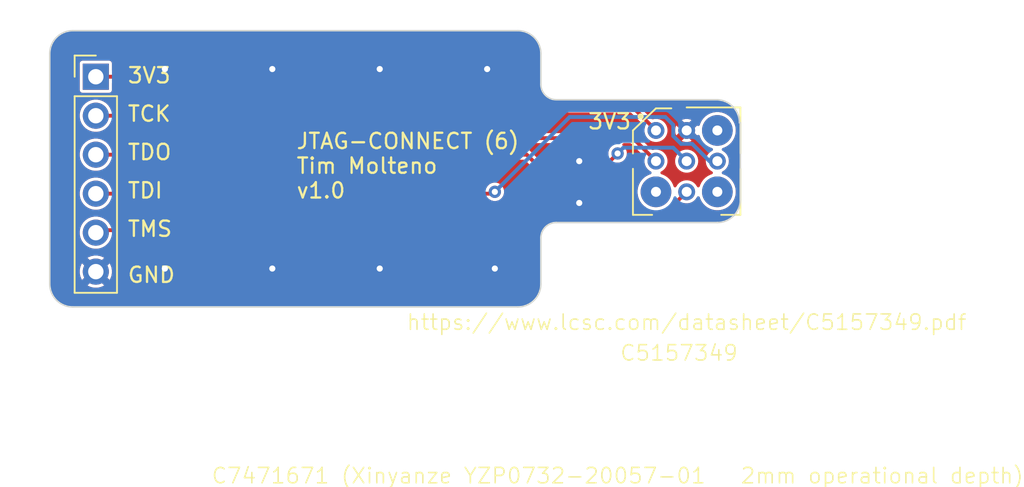
<source format=kicad_pcb>
(kicad_pcb (version 20241229) (generator "pcbnew") (generator_version "9.0")
  (layers (0 "F.Cu" signal) (2 "B.Cu" signal) (13 "F.Paste" user) (15 "B.Paste" user) (5 "F.SilkS" user "F.Silkscreen") (7 "B.SilkS" user "B.Silkscreen") (1 "F.Mask" user) (3 "B.Mask" user) (25 "Edge.Cuts" user))
  (net 0 "")
  (net 1 "Net-(J1-TCK)")
  (net 2 "Net-(J1-3V3)")
  (net 3 "Net-(J1-TDI)")
  (net 4 "Net-(J1-TMS)")
  (net 5 "GND")
  (net 6 "Net-(J1-TDO)")
  (footprint "Connector_PinHeader_2.54mm:PinHeader_1x06_P2.54mm_Vertical" (layer "F.Cu") (at 119 64)
    (property "Reference" "J2" (hide yes))
    (property "Value" "Conn_01x06_Pin")
    (fp_line (start -1.38 -1.38) (end 0 -1.38) (stroke (width 0.12)) (layer "F.SilkS"))
    (fp_line (start -1.38 0) (end -1.38 -1.38) (stroke (width 0.12)) (layer "F.SilkS"))
    (fp_line (start -1.38 1.27) (end -1.38 14.08) (stroke (width 0.12)) (layer "F.SilkS"))
    (fp_line (start -1.38 1.27) (end 1.38 1.27) (stroke (width 0.12)) (layer "F.SilkS"))
    (fp_line (start -1.38 14.08) (end 1.38 14.08) (stroke (width 0.12)) (layer "F.SilkS"))
    (fp_line (start 1.38 1.27) (end 1.38 14.08) (stroke (width 0.12)) (layer "F.SilkS"))
    (pad "1" thru_hole rect (at 0 0) (size 1.7 1.7) (drill 1) (layers "*.Cu" "*.Mask") (net 2 "Net-(J1-3V3)"))
    (pad "2" thru_hole circle (at 0 2.54) (size 1.7 1.7) (drill 1) (layers "*.Cu" "*.Mask") (net 1 "Net-(J1-TCK)"))
    (pad "3" thru_hole circle (at 0 5.08) (size 1.7 1.7) (drill 1) (layers "*.Cu" "*.Mask") (net 6 "Net-(J1-TDO)"))
    (pad "4" thru_hole circle (at 0 7.62) (size 1.7 1.7) (drill 1) (layers "*.Cu" "*.Mask") (net 3 "Net-(J1-TDI)"))
    (pad "5" thru_hole circle (at 0 10.16) (size 1.7 1.7) (drill 1) (layers "*.Cu" "*.Mask") (net 4 "Net-(J1-TMS)"))
    (pad "6" thru_hole circle (at 0 12.7) (size 1.7 1.7) (drill 1) (layers "*.Cu" "*.Mask") (net 5 "GND"))
  )
  (footprint "swd-connect:jtag-connect-6-programmer" (layer "F.Cu") (at 157.5 69.5)
    (property "Reference" "J1" (hide yes))
    (property "Value" "jtag-connect-6")
    (property "Signal Pins" "C7471671 (Xinyanze YZP0732-20057-01   2mm operational depth)" (at -4.5 20.5 0) (layer "F.SilkS") (effects (font (thickness 0.1))))
    (property "Guide Pins" "https://www.lcsc.com/datasheet/C5157349.pdf" (at 0 10.5 0) (layer "F.SilkS") (effects (font (thickness 0.1))))
    (property "Guid Pins LCSC" "C5157349" (at -0.5 12.5 0) (layer "F.SilkS") (effects (font (thickness 0.1))))
    (fp_line (start -3.5 -2) (end -3.5 -0.5) (stroke (width 0.12)) (layer "F.SilkS"))
    (fp_line (start -3.5 3.5) (end -3.5 0.5) (stroke (width 0.12)) (layer "F.SilkS"))
    (fp_line (start -2.25 3.5) (end -3.5 3.5) (stroke (width 0.12)) (layer "F.SilkS"))
    (fp_line (start -2 -3.44) (end -3.5 -2) (stroke (width 0.12)) (layer "F.SilkS"))
    (fp_line (start -1 -3.44) (end -2 -3.44) (stroke (width 0.12)) (layer "F.SilkS"))
    (fp_line (start 0 -3.5) (end 3.5 -3.5) (stroke (width 0.12)) (layer "F.SilkS"))
    (fp_line (start 2.25 3.5) (end 3.5 3.5) (stroke (width 0.12)) (layer "F.SilkS"))
    (fp_line (start 3.5 -3.5) (end 3.5 -0.5) (stroke (width 0.12)) (layer "F.SilkS"))
    (fp_line (start 3.5 3.5) (end 3.5 0.5) (stroke (width 0.12)) (layer "F.SilkS"))
    (fp_circle (center -3 -2.91) (end -3 -2.81) (stroke (width 0.2)) (fill no) (layer "F.SilkS"))
    (pad "" np_thru_hole circle (at -2 2) (size 2 2) (drill 0.65) (layers "*.Cu" "*.Mask"))
    (pad "" np_thru_hole circle (at 2 -2) (size 2 2) (drill 0.65) (layers "*.Cu" "*.Mask"))
    (pad "" np_thru_hole circle (at 2 2) (size 2 2) (drill 0.65) (layers "*.Cu" "*.Mask"))
    (pad "1" thru_hole circle (at -2 -2) (size 1.1 1.1) (drill 0.65) (layers "*.Cu" "*.Mask") (net 2 "Net-(J1-3V3)"))
    (pad "2" thru_hole circle (at 0 -2) (size 1.1 1.1) (drill 0.65) (layers "*.Cu" "*.Mask") (net 5 "GND"))
    (pad "3" thru_hole circle (at -2 0) (size 1.1 1.1) (drill 0.65) (layers "*.Cu" "*.Mask") (net 1 "Net-(J1-TCK)"))
    (pad "4" thru_hole circle (at 0 0) (size 1.1 1.1) (drill 0.65) (layers "*.Cu" "*.Mask") (net 6 "Net-(J1-TDO)"))
    (pad "5" thru_hole circle (at 2 0) (size 1.1 1.1) (drill 0.65) (layers "*.Cu" "*.Mask") (net 3 "Net-(J1-TDI)"))
    (pad "6" thru_hole circle (at 0 2) (size 1.1 1.1) (drill 0.65) (layers "*.Cu" "*.Mask") (net 4 "Net-(J1-TMS)"))
  )
  (gr_arc (start 117.5 79) (mid 116.43934 78.56066) (end 116 77.5) (stroke (width 0.1)) (layer "Edge.Cuts"))
  (gr_arc (start 146.5 61) (mid 147.56066 61.43934) (end 148 62.5) (stroke (width 0.1)) (layer "Edge.Cuts"))
  (gr_line (start 146.5 79) (end 117.5 79) (stroke (width 0.1)) (layer "Edge.Cuts"))
  (gr_line (start 160.9393 67) (end 161 67) (stroke (width 0.1)) (layer "Edge.Cuts"))
  (gr_arc (start 148 74.5) (mid 148.292893 73.792893) (end 149 73.5) (stroke (width 0.1)) (layer "Edge.Cuts"))
  (gr_line (start 161 67) (end 161 72) (stroke (width 0.1)) (layer "Edge.Cuts"))
  (gr_arc (start 116 62.5) (mid 116.43934 61.43934) (end 117.5 61) (stroke (width 0.1)) (layer "Edge.Cuts"))
  (gr_line (start 148 62.5) (end 148 64.5) (stroke (width 0.1)) (layer "Edge.Cuts"))
  (gr_line (start 149 65.5) (end 159.4393 65.5) (stroke (width 0.1)) (layer "Edge.Cuts"))
  (gr_line (start 117.5 61) (end 146.5 61) (stroke (width 0.1)) (layer "Edge.Cuts"))
  (gr_line (start 148 74.5) (end 148 77.5) (stroke (width 0.1)) (layer "Edge.Cuts"))
  (gr_line (start 116 77.5) (end 116 62.5) (stroke (width 0.1)) (layer "Edge.Cuts"))
  (gr_arc (start 148 77.5) (mid 147.56066 78.56066) (end 146.5 79) (stroke (width 0.1)) (layer "Edge.Cuts"))
  (gr_line (start 159.5 73.5) (end 149 73.5) (stroke (width 0.1)) (layer "Edge.Cuts"))
  (gr_arc (start 161 72) (mid 160.56066 73.06066) (end 159.5 73.5) (stroke (width 0.1)) (layer "Edge.Cuts"))
  (gr_arc (start 149 65.5) (mid 148.292893 65.207107) (end 148 64.5) (stroke (width 0.1)) (layer "Edge.Cuts"))
  (gr_arc (start 159.4393 65.5) (mid 160.5 65.93934) (end 160.9393 67) (stroke (width 0.1)) (layer "Edge.Cuts"))
  (gr_text "TDI" (at 121 72 0) (layer "F.SilkS") (effects (font (size 1 1)) (justify left bottom)))
  (gr_text "TCK" (at 121 67 0) (layer "F.SilkS") (effects (font (size 1 1)) (justify left bottom)))
  (gr_text "JTAG-CONNECT (6)\nTim Molteno\nv1.0" (at 132 72 0) (layer "F.SilkS") (effects (font (size 1 1)) (justify left bottom)))
  (gr_text "3V3" (at 151 67.5 0) (layer "F.SilkS") (effects (font (size 1 1)) (justify left bottom)))
  (gr_text "TMS" (at 121 74.5 0) (layer "F.SilkS") (effects (font (size 1 1)) (justify left bottom)))
  (gr_text "TDO" (at 121 69.5 0) (layer "F.SilkS") (effects (font (size 1 1)) (justify left bottom)))
  (gr_text "GND" (at 121 77.5 0) (layer "F.SilkS") (effects (font (size 1 1)) (justify left bottom)))
  (gr_text "3V3" (at 121 64.5 0) (layer "F.SilkS") (effects (font (size 1 1)) (justify left bottom)))
  (segment (start 122.363604 68) (end 120.903604 66.54) (width 0.25) (layer "F.Cu") (net 1))
  (segment (start 155.5 69.5) (end 154 68) (width 0.25) (layer "F.Cu") (net 1))
  (segment (start 120.903604 66.54) (end 119 66.54) (width 0.25) (layer "F.Cu") (net 1))
  (segment (start 154 68) (end 122.363604 68) (width 0.25) (layer "F.Cu") (net 1))
  (segment (start 124 66) (end 154 66) (width 0.25) (layer "F.Cu") (net 2))
  (segment (start 155.5 67.5) (end 154 66) (width 0.25) (layer "F.Cu") (net 2))
  (segment (start 119 64) (end 122 64) (width 0.25) (layer "F.Cu") (net 2))
  (segment (start 122 64) (end 124 66) (width 0.25) (layer "F.Cu") (net 2))
  (segment (start 119 71.62) (end 144.88 71.62) (width 0.25) (layer "F.Cu") (net 3))
  (segment (start 144.88 71.62) (end 145 71.5) (width 0.25) (layer "F.Cu") (net 3))
  (via (at 145 71.5) (size 0.8) (drill 0.4) (layers "F.Cu" "B.Cu") (net 3))
  (segment (start 157.137148 68.376) (end 157.862852 68.376) (width 0.25) (layer "B.Cu") (net 3))
  (segment (start 156.110852 66.624) (end 156.624 67.137148) (width 0.25) (layer "B.Cu") (net 3))
  (segment (start 157.862852 68.376) (end 158.986852 69.5) (width 0.25) (layer "B.Cu") (net 3))
  (segment (start 149.876 66.624) (end 156.110852 66.624) (width 0.25) (layer "B.Cu") (net 3))
  (segment (start 158.986852 69.5) (end 159.5 69.5) (width 0.25) (layer "B.Cu") (net 3))
  (segment (start 156.624 67.137148) (end 156.624 67.862852) (width 0.25) (layer "B.Cu") (net 3))
  (segment (start 145 71.5) (end 149.876 66.624) (width 0.25) (layer "B.Cu") (net 3))
  (segment (start 156.624 67.862852) (end 157.137148 68.376) (width 0.25) (layer "B.Cu") (net 3))
  (segment (start 157.5 71.5) (end 156 73) (width 0.25) (layer "F.Cu") (net 4))
  (segment (start 131.5 74) (end 119.16 74) (width 0.25) (layer "F.Cu") (net 4))
  (segment (start 119.16 74) (end 119 74.16) (width 0.25) (layer "F.Cu") (net 4))
  (segment (start 156 73) (end 132.5 73) (width 0.25) (layer "F.Cu") (net 4))
  (segment (start 132.5 73) (end 131.5 74) (width 0.25) (layer "F.Cu") (net 4))
  (via (at 137.5 76.5) (size 0.8) (drill 0.4) (layers "F.Cu" "B.Cu") (net 5))
  (via (at 145 76.5) (size 0.8) (drill 0.4) (layers "F.Cu" "B.Cu") (net 5))
  (via (at 144.5 63.5) (size 0.8) (drill 0.4) (layers "F.Cu" "B.Cu") (net 5))
  (via (at 123.5 76.5) (size 0.8) (drill 0.4) (layers "F.Cu" "B.Cu") (net 5))
  (via (at 130.5 63.5) (size 0.8) (drill 0.4) (layers "F.Cu" "B.Cu") (net 5))
  (via (at 150.5 72.225) (size 0.8) (drill 0.4) (layers "F.Cu" "B.Cu") (net 5))
  (via (at 123.5 63.5) (size 0.8) (drill 0.4) (layers "F.Cu" "B.Cu") (net 5))
  (via (at 137.5 63.5) (size 0.8) (drill 0.4) (layers "F.Cu" "B.Cu") (net 5))
  (via (at 130.5 76.5) (size 0.8) (drill 0.4) (layers "F.Cu" "B.Cu") (net 5))
  (via (at 150.5 69.5) (size 0.8) (drill 0.4) (layers "F.Cu" "B.Cu") (net 5))
  (segment (start 119 69.08) (end 147.08 69.08) (width 0.25) (layer "F.Cu") (net 6))
  (segment (start 151.049 70.951) (end 153 69) (width 0.25) (layer "F.Cu") (net 6))
  (segment (start 147.08 69.08) (end 148.951 70.951) (width 0.25) (layer "F.Cu") (net 6))
  (segment (start 148.951 70.951) (end 151.049 70.951) (width 0.25) (layer "F.Cu") (net 6))
  (via (at 153 69) (size 0.8) (drill 0.4) (layers "F.Cu" "B.Cu") (net 6))
  (segment (start 153 69) (end 153.376 68.624) (width 0.25) (layer "B.Cu") (net 6))
  (segment (start 153.376 68.624) (end 156.624 68.624) (width 0.25) (layer "B.Cu") (net 6))
  (segment (start 156.624 68.624) (end 157.5 69.5) (width 0.25) (layer "B.Cu") (net 6))
  (zone (net 5) (net_name "GND") (layers "F.Cu" "B.Cu") (connect_pads (clearance 0.2)) (min_thickness 0.2) (fill yes (thermal_gap 0.2) (thermal_bridge_width 0.5))
    (polygon (pts (xy 114 59) (xy 170 59) (xy 170 82) (xy 114 82)))
  )
)
</source>
